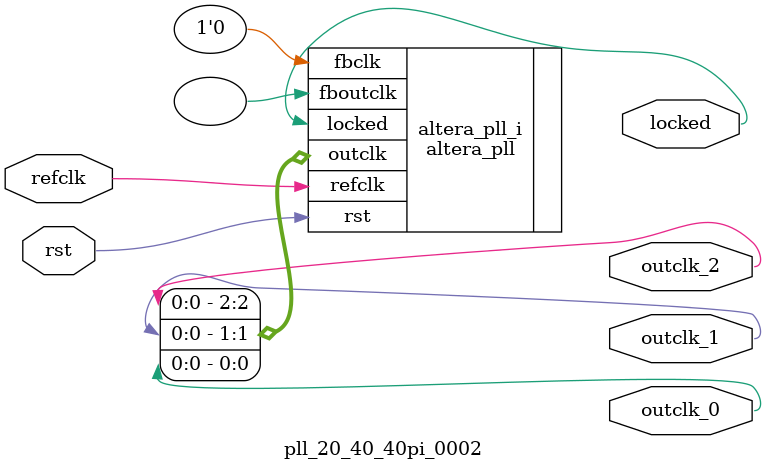
<source format=v>
`timescale 1ns/10ps
module  pll_20_40_40pi_0002(

	// interface 'refclk'
	input wire refclk,

	// interface 'reset'
	input wire rst,

	// interface 'outclk0'
	output wire outclk_0,

	// interface 'outclk1'
	output wire outclk_1,

	// interface 'outclk2'
	output wire outclk_2,

	// interface 'locked'
	output wire locked
);

	altera_pll #(
		.fractional_vco_multiplier("false"),
		.reference_clock_frequency("50.0 MHz"),
		.operation_mode("direct"),
		.number_of_clocks(3),
		.output_clock_frequency0("20.000000 MHz"),
		.phase_shift0("0 ps"),
		.duty_cycle0(50),
		.output_clock_frequency1("40.000000 MHz"),
		.phase_shift1("0 ps"),
		.duty_cycle1(50),
		.output_clock_frequency2("40.000000 MHz"),
		.phase_shift2("12500 ps"),
		.duty_cycle2(50),
		.output_clock_frequency3("0 MHz"),
		.phase_shift3("0 ps"),
		.duty_cycle3(50),
		.output_clock_frequency4("0 MHz"),
		.phase_shift4("0 ps"),
		.duty_cycle4(50),
		.output_clock_frequency5("0 MHz"),
		.phase_shift5("0 ps"),
		.duty_cycle5(50),
		.output_clock_frequency6("0 MHz"),
		.phase_shift6("0 ps"),
		.duty_cycle6(50),
		.output_clock_frequency7("0 MHz"),
		.phase_shift7("0 ps"),
		.duty_cycle7(50),
		.output_clock_frequency8("0 MHz"),
		.phase_shift8("0 ps"),
		.duty_cycle8(50),
		.output_clock_frequency9("0 MHz"),
		.phase_shift9("0 ps"),
		.duty_cycle9(50),
		.output_clock_frequency10("0 MHz"),
		.phase_shift10("0 ps"),
		.duty_cycle10(50),
		.output_clock_frequency11("0 MHz"),
		.phase_shift11("0 ps"),
		.duty_cycle11(50),
		.output_clock_frequency12("0 MHz"),
		.phase_shift12("0 ps"),
		.duty_cycle12(50),
		.output_clock_frequency13("0 MHz"),
		.phase_shift13("0 ps"),
		.duty_cycle13(50),
		.output_clock_frequency14("0 MHz"),
		.phase_shift14("0 ps"),
		.duty_cycle14(50),
		.output_clock_frequency15("0 MHz"),
		.phase_shift15("0 ps"),
		.duty_cycle15(50),
		.output_clock_frequency16("0 MHz"),
		.phase_shift16("0 ps"),
		.duty_cycle16(50),
		.output_clock_frequency17("0 MHz"),
		.phase_shift17("0 ps"),
		.duty_cycle17(50),
		.pll_type("General"),
		.pll_subtype("General")
	) altera_pll_i (
		.rst	(rst),
		.outclk	({outclk_2, outclk_1, outclk_0}),
		.locked	(locked),
		.fboutclk	( ),
		.fbclk	(1'b0),
		.refclk	(refclk)
	);
endmodule


</source>
